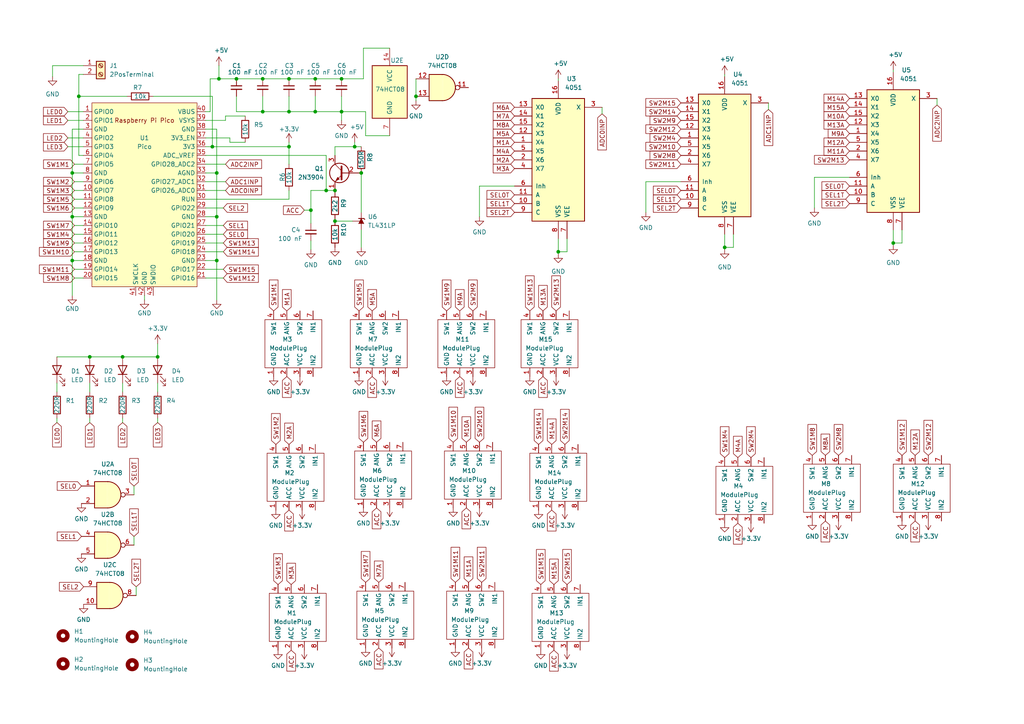
<source format=kicad_sch>
(kicad_sch (version 20211123) (generator eeschema)
  (paper "A4")
  (junction (at 20.955 62.865))
  (junction (at 76.2 22.86))
  (junction (at 120.65 27.94))
  (junction (at 63.5 22.86))
  (junction (at 94.615 55.245))
  (junction (at 68.58 22.86))
  (junction (at 102.87 42.545))
  (junction (at 91.44 32.385))
  (junction (at 76.2 32.385))
  (junction (at 99.06 22.86))
  (junction (at 26.035 103.505))
  (junction (at 62.865 75.565))
  (junction (at 61.595 42.545))
  (junction (at 35.56 103.505))
  (junction (at 99.06 32.385))
  (junction (at 83.82 32.385))
  (junction (at 20.955 50.165))
  (junction (at 90.17 60.96))
  (junction (at 97.155 55.245))
  (junction (at 259.08 70.485))
  (junction (at 83.82 42.545))
  (junction (at 62.865 62.865))
  (junction (at 161.925 73.025))
  (junction (at 91.44 22.86))
  (junction (at 210.185 71.755))
  (junction (at 62.865 50.165))
  (junction (at 20.955 75.565))
  (junction (at 22.86 27.94))
  (junction (at 104.775 50.165))
  (junction (at 83.82 22.86))
  (junction (at 97.155 64.135))
  (junction (at 45.72 103.505))
  (wire (pts (xy 99.06 32.385) (xy 106.045 32.385)))
  (wire (pts (xy 139.065 53.975) (xy 149.225 53.975)))
  (wire (pts (xy 59.69 70.485) (xy 64.77 70.485)))
  (wire (pts (xy 63.5 22.86) (xy 68.58 22.86)))
  (wire (pts (xy 59.69 55.245) (xy 65.405 55.245)))
  (wire (pts (xy 16.51 111.125) (xy 16.51 113.665)))
  (wire (pts (xy 59.69 60.325) (xy 64.77 60.325)))
  (wire (pts (xy 26.035 121.285) (xy 26.035 122.555)))
  (wire (pts (xy 99.06 27.94) (xy 99.06 32.385)))
  (wire (pts (xy 187.325 52.705) (xy 197.485 52.705)))
  (wire (pts (xy 21.59 52.705) (xy 24.13 52.705)))
  (wire (pts (xy 94.615 45.085) (xy 59.69 45.085)))
  (wire (pts (xy 91.44 22.86) (xy 99.06 22.86)))
  (wire (pts (xy 20.955 50.165) (xy 24.13 50.165)))
  (wire (pts (xy 19.685 34.925) (xy 24.13 34.925)))
  (wire (pts (xy 20.955 75.565) (xy 24.13 75.565)))
  (wire (pts (xy 97.155 55.88) (xy 97.155 55.245)))
  (wire (pts (xy 68.58 27.94) (xy 68.58 32.385)))
  (wire (pts (xy 59.69 57.785) (xy 83.82 57.785)))
  (wire (pts (xy 236.22 60.325) (xy 236.22 51.435)))
  (wire (pts (xy 261.62 66.675) (xy 261.62 70.485)))
  (wire (pts (xy 21.59 55.245) (xy 24.13 55.245)))
  (wire (pts (xy 35.56 111.125) (xy 35.56 113.665)))
  (wire (pts (xy 90.17 69.85) (xy 90.17 72.39)))
  (wire (pts (xy 21.59 70.485) (xy 24.13 70.485)))
  (wire (pts (xy 45.72 99.695) (xy 45.72 103.505)))
  (wire (pts (xy 210.185 71.755) (xy 210.185 72.39)))
  (wire (pts (xy 164.465 73.025) (xy 161.925 73.025)))
  (wire (pts (xy 41.91 85.725) (xy 41.91 86.995)))
  (wire (pts (xy 19.685 42.545) (xy 24.13 42.545)))
  (wire (pts (xy 21.59 78.105) (xy 24.13 78.105)))
  (wire (pts (xy 97.155 64.135) (xy 102.235 64.135)))
  (wire (pts (xy 83.82 32.385) (xy 76.2 32.385)))
  (wire (pts (xy 22.86 27.94) (xy 36.83 27.94)))
  (wire (pts (xy 66.675 41.275) (xy 71.12 41.275)))
  (wire (pts (xy 99.06 32.385) (xy 99.06 34.925)))
  (wire (pts (xy 83.82 22.86) (xy 91.44 22.86)))
  (wire (pts (xy 102.87 42.545) (xy 104.775 42.545)))
  (wire (pts (xy 259.08 20.32) (xy 259.08 20.955)))
  (wire (pts (xy 19.685 40.005) (xy 24.13 40.005)))
  (wire (pts (xy 20.955 37.465) (xy 24.13 37.465)))
  (wire (pts (xy 59.69 40.005) (xy 66.675 40.005)))
  (wire (pts (xy 106.045 39.37) (xy 113.03 39.37)))
  (wire (pts (xy 45.72 111.125) (xy 45.72 113.665)))
  (wire (pts (xy 97.155 45.085) (xy 97.155 42.545)))
  (wire (pts (xy 59.69 75.565) (xy 62.865 75.565)))
  (wire (pts (xy 261.62 70.485) (xy 259.08 70.485)))
  (wire (pts (xy 21.59 73.025) (xy 24.13 73.025)))
  (wire (pts (xy 212.725 71.755) (xy 210.185 71.755)))
  (wire (pts (xy 35.56 121.285) (xy 35.56 122.555)))
  (wire (pts (xy 59.69 65.405) (xy 64.77 65.405)))
  (wire (pts (xy 210.185 21.59) (xy 210.185 22.225)))
  (wire (pts (xy 106.045 32.385) (xy 106.045 39.37)))
  (wire (pts (xy 22.86 27.94) (xy 22.86 21.59)))
  (wire (pts (xy 20.955 62.865) (xy 24.13 62.865)))
  (wire (pts (xy 62.865 62.865) (xy 62.865 50.165)))
  (wire (pts (xy 26.035 111.125) (xy 26.035 113.665)))
  (wire (pts (xy 60.96 22.86) (xy 63.5 22.86)))
  (wire (pts (xy 83.82 42.545) (xy 83.82 47.625)))
  (wire (pts (xy 59.69 34.925) (xy 65.405 34.925)))
  (wire (pts (xy 76.2 32.385) (xy 68.58 32.385)))
  (wire (pts (xy 91.44 32.385) (xy 83.82 32.385)))
  (wire (pts (xy 105.41 13.97) (xy 113.03 13.97)))
  (wire (pts (xy 26.035 103.505) (xy 35.56 103.505)))
  (wire (pts (xy 161.925 22.86) (xy 161.925 23.495)))
  (wire (pts (xy 187.325 61.595) (xy 187.325 52.705)))
  (wire (pts (xy 102.87 41.275) (xy 102.87 42.545)))
  (wire (pts (xy 97.155 42.545) (xy 102.87 42.545)))
  (wire (pts (xy 45.72 121.285) (xy 45.72 122.555)))
  (wire (pts (xy 22.86 21.59) (xy 24.13 21.59)))
  (wire (pts (xy 88.265 60.96) (xy 90.17 60.96)))
  (wire (pts (xy 90.17 55.245) (xy 94.615 55.245)))
  (wire (pts (xy 59.69 42.545) (xy 61.595 42.545)))
  (wire (pts (xy 97.155 55.245) (xy 94.615 55.245)))
  (wire (pts (xy 59.69 32.385) (xy 60.96 32.385)))
  (wire (pts (xy 59.69 67.945) (xy 64.77 67.945)))
  (wire (pts (xy 91.44 32.385) (xy 99.06 32.385)))
  (wire (pts (xy 83.82 55.245) (xy 83.82 57.785)))
  (wire (pts (xy 20.955 50.165) (xy 20.955 37.465)))
  (wire (pts (xy 65.405 34.925) (xy 65.405 33.655)))
  (wire (pts (xy 90.17 60.96) (xy 90.17 55.245)))
  (wire (pts (xy 76.2 22.86) (xy 83.82 22.86)))
  (wire (pts (xy 59.69 78.105) (xy 64.77 78.105)))
  (wire (pts (xy 210.185 67.945) (xy 210.185 71.755)))
  (wire (pts (xy 21.59 47.625) (xy 24.13 47.625)))
  (wire (pts (xy 66.675 40.005) (xy 66.675 41.275)))
  (wire (pts (xy 20.955 85.725) (xy 20.955 75.565)))
  (wire (pts (xy 105.41 22.86) (xy 105.41 13.97)))
  (wire (pts (xy 161.925 73.025) (xy 161.925 73.66)))
  (wire (pts (xy 15.24 22.225) (xy 15.24 19.05)))
  (wire (pts (xy 259.08 66.675) (xy 259.08 70.485)))
  (wire (pts (xy 99.06 22.86) (xy 105.41 22.86)))
  (wire (pts (xy 161.925 69.215) (xy 161.925 73.025)))
  (wire (pts (xy 97.155 64.135) (xy 97.155 63.5)))
  (wire (pts (xy 62.865 62.865) (xy 59.69 62.865)))
  (wire (pts (xy 120.65 22.86) (xy 120.65 27.94)))
  (wire (pts (xy 24.13 45.085) (xy 22.86 45.085)))
  (wire (pts (xy 39.497 170.18) (xy 39.497 172.72)))
  (wire (pts (xy 61.595 27.94) (xy 44.45 27.94)))
  (wire (pts (xy 35.56 103.505) (xy 45.72 103.505)))
  (wire (pts (xy 68.58 22.86) (xy 76.2 22.86)))
  (wire (pts (xy 21.59 57.785) (xy 24.13 57.785)))
  (wire (pts (xy 76.2 27.94) (xy 76.2 32.385)))
  (wire (pts (xy 15.24 19.05) (xy 24.13 19.05)))
  (wire (pts (xy 139.065 62.865) (xy 139.065 53.975)))
  (wire (pts (xy 174.625 31.115) (xy 174.625 33.02)))
  (wire (pts (xy 63.5 19.05) (xy 63.5 22.86)))
  (wire (pts (xy 59.69 80.645) (xy 64.77 80.645)))
  (wire (pts (xy 236.22 51.435) (xy 246.38 51.435)))
  (wire (pts (xy 61.595 42.545) (xy 61.595 27.94)))
  (wire (pts (xy 104.775 66.675) (xy 104.775 71.755)))
  (wire (pts (xy 21.59 67.945) (xy 24.13 67.945)))
  (wire (pts (xy 212.725 67.945) (xy 212.725 71.755)))
  (wire (pts (xy 59.69 73.025) (xy 64.77 73.025)))
  (wire (pts (xy 16.51 121.285) (xy 16.51 122.555)))
  (wire (pts (xy 16.51 103.505) (xy 26.035 103.505)))
  (wire (pts (xy 21.59 80.645) (xy 24.13 80.645)))
  (wire (pts (xy 62.865 50.165) (xy 62.865 37.465)))
  (wire (pts (xy 94.615 45.085) (xy 94.615 55.245)))
  (wire (pts (xy 62.865 37.465) (xy 59.69 37.465)))
  (wire (pts (xy 61.595 42.545) (xy 83.82 42.545)))
  (wire (pts (xy 20.955 75.565) (xy 20.955 62.865)))
  (wire (pts (xy 90.17 64.77) (xy 90.17 60.96)))
  (wire (pts (xy 222.885 29.845) (xy 222.885 31.75)))
  (wire (pts (xy 60.96 32.385) (xy 60.96 22.86)))
  (wire (pts (xy 59.69 47.625) (xy 65.405 47.625)))
  (wire (pts (xy 104.775 50.165) (xy 104.775 61.595)))
  (wire (pts (xy 20.955 62.865) (xy 20.955 50.165)))
  (wire (pts (xy 164.465 69.215) (xy 164.465 73.025)))
  (wire (pts (xy 62.865 86.995) (xy 62.865 75.565)))
  (wire (pts (xy 38.862 140.97) (xy 38.862 143.51)))
  (wire (pts (xy 22.86 45.085) (xy 22.86 27.94)))
  (wire (pts (xy 62.865 50.165) (xy 59.69 50.165)))
  (wire (pts (xy 259.08 70.485) (xy 259.08 71.12)))
  (wire (pts (xy 62.865 75.565) (xy 62.865 62.865)))
  (wire (pts (xy 65.405 33.655) (xy 71.12 33.655)))
  (wire (pts (xy 83.82 41.275) (xy 83.82 42.545)))
  (wire (pts (xy 91.44 27.94) (xy 91.44 32.385)))
  (wire (pts (xy 19.685 32.385) (xy 24.13 32.385)))
  (wire (pts (xy 120.65 27.94) (xy 120.65 29.21)))
  (wire (pts (xy 83.82 27.94) (xy 83.82 32.385)))
  (wire (pts (xy 38.862 155.575) (xy 38.862 158.115)))
  (wire (pts (xy 59.69 52.705) (xy 65.405 52.705)))
  (wire (pts (xy 21.59 60.325) (xy 24.13 60.325)))
  (wire (pts (xy 21.59 65.405) (xy 24.13 65.405)))
  (wire (pts (xy 271.78 28.575) (xy 271.78 30.48)))
  (global_label "ACC" (shape input) (at 84.455 188.595 270) (property "Intersheet References" "${INTERSHEET_REFS}" (effects hide)))
  (global_label "M6A" (shape input) (at 109.22 128.27 90) (property "Intersheet References" "${INTERSHEET_REFS}" (effects hide)))
  (global_label "ACC" (shape input) (at 265.43 151.13 270) (property "Intersheet References" "${INTERSHEET_REFS}" (effects hide)))
  (global_label "M2A" (shape input) (at 83.82 128.905 90) (property "Intersheet References" "${INTERSHEET_REFS}" (effects hide)))
  (global_label "SEL0T" (shape input) (at 149.225 56.515 180) (property "Intersheet References" "${INTERSHEET_REFS}" (effects hide)))
  (global_label "M14A" (shape input) (at 160.02 128.905 90) (property "Intersheet References" "${INTERSHEET_REFS}" (effects hide)))
  (global_label "SW1M10" (shape input) (at 131.445 128.27 90) (property "Intersheet References" "${INTERSHEET_REFS}" (effects hide)))
  (global_label "M8A" (shape input) (at 149.225 36.195 180) (property "Intersheet References" "${INTERSHEET_REFS}" (effects hide)))
  (global_label "M14A" (shape input) (at 246.38 28.575 180) (property "Intersheet References" "${INTERSHEET_REFS}" (effects hide)))
  (global_label "M1A" (shape input) (at 83.185 90.17 90) (property "Intersheet References" "${INTERSHEET_REFS}" (effects hide)))
  (global_label "ACC" (shape input) (at 239.395 151.13 270) (property "Intersheet References" "${INTERSHEET_REFS}" (effects hide)))
  (global_label "M5A" (shape input) (at 149.225 38.735 180) (property "Intersheet References" "${INTERSHEET_REFS}" (effects hide)))
  (global_label "SW2M4" (shape input) (at 197.485 40.005 180) (property "Intersheet References" "${INTERSHEET_REFS}" (effects hide)))
  (global_label "SW1M9" (shape input) (at 21.59 70.485 180) (property "Intersheet References" "${INTERSHEET_REFS}" (effects hide)))
  (global_label "ACC" (shape input) (at 109.22 147.32 270) (property "Intersheet References" "${INTERSHEET_REFS}" (effects hide)))
  (global_label "SW1M7" (shape input) (at 21.59 65.405 180) (property "Intersheet References" "${INTERSHEET_REFS}" (effects hide)))
  (global_label "ACC" (shape input) (at 157.48 109.22 270) (property "Intersheet References" "${INTERSHEET_REFS}" (effects hide)))
  (global_label "SEL2" (shape input) (at 64.77 60.325 0) (property "Intersheet References" "${INTERSHEET_REFS}" (effects hide)))
  (global_label "ACC" (shape input) (at 160.02 147.955 270) (property "Intersheet References" "${INTERSHEET_REFS}" (effects hide)))
  (global_label "SW1M6" (shape input) (at 105.41 128.27 90) (property "Intersheet References" "${INTERSHEET_REFS}" (effects hide)))
  (global_label "ADC0INP" (shape input) (at 174.625 33.02 270) (property "Intersheet References" "${INTERSHEET_REFS}" (effects hide)))
  (global_label "SW1M11" (shape input) (at 132.08 168.91 90) (property "Intersheet References" "${INTERSHEET_REFS}" (effects hide)))
  (global_label "ACC" (shape input) (at 160.655 188.595 270) (property "Intersheet References" "${INTERSHEET_REFS}" (effects hide)))
  (global_label "M4A" (shape input) (at 149.225 43.815 180) (property "Intersheet References" "${INTERSHEET_REFS}" (effects hide)))
  (global_label "M3A" (shape input) (at 149.225 48.895 180) (property "Intersheet References" "${INTERSHEET_REFS}" (effects hide)))
  (global_label "LED1" (shape input) (at 19.685 34.925 180) (property "Intersheet References" "${INTERSHEET_REFS}" (effects hide)))
  (global_label "SEL0T" (shape input) (at 38.862 140.97 90) (property "Intersheet References" "${INTERSHEET_REFS}" (effects hide)))
  (global_label "ACC" (shape input) (at 83.185 109.22 270) (property "Intersheet References" "${INTERSHEET_REFS}" (effects hide)))
  (global_label "SW2M13" (shape input) (at 161.29 90.17 90) (property "Intersheet References" "${INTERSHEET_REFS}" (effects hide)))
  (global_label "SEL1" (shape input) (at 64.77 65.405 0) (property "Intersheet References" "${INTERSHEET_REFS}" (effects hide)))
  (global_label "M4A" (shape input) (at 213.995 132.715 90) (property "Intersheet References" "${INTERSHEET_REFS}" (effects hide)))
  (global_label "SW2M9" (shape input) (at 197.485 34.925 180) (property "Intersheet References" "${INTERSHEET_REFS}" (effects hide)))
  (global_label "M12A" (shape input) (at 246.38 41.275 180) (property "Intersheet References" "${INTERSHEET_REFS}" (effects hide)))
  (global_label "SEL0" (shape input) (at 23.622 140.97 180) (property "Intersheet References" "${INTERSHEET_REFS}" (effects hide)))
  (global_label "SEL2" (shape input) (at 24.257 170.18 180) (property "Intersheet References" "${INTERSHEET_REFS}" (effects hide)))
  (global_label "SW1M1" (shape input) (at 79.375 90.17 90) (property "Intersheet References" "${INTERSHEET_REFS}" (effects hide)))
  (global_label "M11A" (shape input) (at 135.89 168.91 90) (property "Intersheet References" "${INTERSHEET_REFS}" (effects hide)))
  (global_label "M11A" (shape input) (at 246.38 43.815 180) (property "Intersheet References" "${INTERSHEET_REFS}" (effects hide)))
  (global_label "ACC" (shape input) (at 107.95 109.22 270) (property "Intersheet References" "${INTERSHEET_REFS}" (effects hide)))
  (global_label "SW2M10" (shape input) (at 139.065 128.27 90) (property "Intersheet References" "${INTERSHEET_REFS}" (effects hide)))
  (global_label "SEL1T" (shape input) (at 246.38 56.515 180) (property "Intersheet References" "${INTERSHEET_REFS}" (effects hide)))
  (global_label "SW1M12" (shape input) (at 261.62 132.08 90) (property "Intersheet References" "${INTERSHEET_REFS}" (effects hide)))
  (global_label "SW1M8" (shape input) (at 235.585 132.08 90) (property "Intersheet References" "${INTERSHEET_REFS}" (effects hide)))
  (global_label "LED2" (shape input) (at 19.685 40.005 180) (property "Intersheet References" "${INTERSHEET_REFS}" (effects hide)))
  (global_label "M1A" (shape input) (at 149.225 41.275 180) (property "Intersheet References" "${INTERSHEET_REFS}" (effects hide)))
  (global_label "ACC" (shape input) (at 135.89 187.96 270) (property "Intersheet References" "${INTERSHEET_REFS}" (effects hide)))
  (global_label "SW1M2" (shape input) (at 21.59 52.705 180) (property "Intersheet References" "${INTERSHEET_REFS}" (effects hide)))
  (global_label "SW2M15" (shape input) (at 197.485 29.845 180) (property "Intersheet References" "${INTERSHEET_REFS}" (effects hide)))
  (global_label "ADC1INP" (shape input) (at 65.405 52.705 0) (property "Intersheet References" "${INTERSHEET_REFS}" (effects hide)))
  (global_label "SEL0T" (shape input) (at 246.38 53.975 180) (property "Intersheet References" "${INTERSHEET_REFS}" (effects hide)))
  (global_label "M5A" (shape input) (at 107.95 90.17 90) (property "Intersheet References" "${INTERSHEET_REFS}" (effects hide)))
  (global_label "SW2M4" (shape input) (at 217.805 132.715 90) (property "Intersheet References" "${INTERSHEET_REFS}" (effects hide)))
  (global_label "SW1M4" (shape input) (at 210.185 132.715 90) (property "Intersheet References" "${INTERSHEET_REFS}" (effects hide)))
  (global_label "SW2M14" (shape input) (at 197.485 32.385 180) (property "Intersheet References" "${INTERSHEET_REFS}" (effects hide)))
  (global_label "M3A" (shape input) (at 84.455 169.545 90) (property "Intersheet References" "${INTERSHEET_REFS}" (effects hide)))
  (global_label "M15A" (shape input) (at 160.655 169.545 90) (property "Intersheet References" "${INTERSHEET_REFS}" (effects hide)))
  (global_label "M7A" (shape input) (at 149.225 33.655 180) (property "Intersheet References" "${INTERSHEET_REFS}" (effects hide)))
  (global_label "LED0" (shape input) (at 16.51 122.555 270) (property "Intersheet References" "${INTERSHEET_REFS}" (effects hide)))
  (global_label "LED1" (shape input) (at 26.035 122.555 270) (property "Intersheet References" "${INTERSHEET_REFS}" (effects hide)))
  (global_label "ACC" (shape input) (at 83.82 147.955 270) (property "Intersheet References" "${INTERSHEET_REFS}" (effects hide)))
  (global_label "SW1M14" (shape input) (at 64.77 73.025 0) (property "Intersheet References" "${INTERSHEET_REFS}" (effects hide)))
  (global_label "SW2M10" (shape input) (at 197.485 42.545 180) (property "Intersheet References" "${INTERSHEET_REFS}" (effects hide)))
  (global_label "ACC" (shape input) (at 135.255 147.32 270) (property "Intersheet References" "${INTERSHEET_REFS}" (effects hide)))
  (global_label "M13A" (shape input) (at 157.48 90.17 90) (property "Intersheet References" "${INTERSHEET_REFS}" (effects hide)))
  (global_label "SW1M2" (shape input) (at 80.01 128.905 90) (property "Intersheet References" "${INTERSHEET_REFS}" (effects hide)))
  (global_label "ADC0INP" (shape input) (at 65.405 55.245 0) (property "Intersheet References" "${INTERSHEET_REFS}" (effects hide)))
  (global_label "SEL2T" (shape input) (at 197.485 60.325 180) (property "Intersheet References" "${INTERSHEET_REFS}" (effects hide)))
  (global_label "ACC" (shape input) (at 213.995 151.765 270) (property "Intersheet References" "${INTERSHEET_REFS}" (effects hide)))
  (global_label "SW1M15" (shape input) (at 64.77 78.105 0) (property "Intersheet References" "${INTERSHEET_REFS}" (effects hide)))
  (global_label "M10A" (shape input) (at 246.38 33.655 180) (property "Intersheet References" "${INTERSHEET_REFS}" (effects hide)))
  (global_label "ACC" (shape input) (at 133.35 109.22 270) (property "Intersheet References" "${INTERSHEET_REFS}" (effects hide)))
  (global_label "SW1M14" (shape input) (at 156.21 128.905 90) (property "Intersheet References" "${INTERSHEET_REFS}" (effects hide)))
  (global_label "SW1M13" (shape input) (at 64.77 70.485 0) (property "Intersheet References" "${INTERSHEET_REFS}" (effects hide)))
  (global_label "SW1M11" (shape input) (at 21.59 78.105 180) (property "Intersheet References" "${INTERSHEET_REFS}" (effects hide)))
  (global_label "SW1M5" (shape input) (at 21.59 57.785 180) (property "Intersheet References" "${INTERSHEET_REFS}" (effects hide)))
  (global_label "M8A" (shape input) (at 239.395 132.08 90) (property "Intersheet References" "${INTERSHEET_REFS}" (effects hide)))
  (global_label "ACC" (shape input) (at 109.855 187.96 270) (property "Intersheet References" "${INTERSHEET_REFS}" (effects hide)))
  (global_label "LED3" (shape input) (at 45.72 122.555 270) (property "Intersheet References" "${INTERSHEET_REFS}" (effects hide)))
  (global_label "SW1M13" (shape input) (at 153.67 90.17 90) (property "Intersheet References" "${INTERSHEET_REFS}" (effects hide)))
  (global_label "SW1M6" (shape input) (at 21.59 60.325 180) (property "Intersheet References" "${INTERSHEET_REFS}" (effects hide)))
  (global_label "SEL1T" (shape input) (at 149.225 59.055 180) (property "Intersheet References" "${INTERSHEET_REFS}" (effects hide)))
  (global_label "SW1M12" (shape input) (at 64.77 80.645 0) (property "Intersheet References" "${INTERSHEET_REFS}" (effects hide)))
  (global_label "ADC2INP" (shape input) (at 271.78 30.48 270) (property "Intersheet References" "${INTERSHEET_REFS}" (effects hide)))
  (global_label "SW2M12" (shape input) (at 197.485 37.465 180) (property "Intersheet References" "${INTERSHEET_REFS}" (effects hide)))
  (global_label "SW1M7" (shape input) (at 106.045 168.91 90) (property "Intersheet References" "${INTERSHEET_REFS}" (effects hide)))
  (global_label "SW2M13" (shape input) (at 246.38 46.355 180) (property "Intersheet References" "${INTERSHEET_REFS}" (effects hide)))
  (global_label "SW1M1" (shape input) (at 21.59 47.625 180) (property "Intersheet References" "${INTERSHEET_REFS}" (effects hide)))
  (global_label "M12A" (shape input) (at 265.43 132.08 90) (property "Intersheet References" "${INTERSHEET_REFS}" (effects hide)))
  (global_label "SW2M8" (shape input) (at 243.205 132.08 90) (property "Intersheet References" "${INTERSHEET_REFS}" (effects hide)))
  (global_label "SEL0T" (shape input) (at 197.485 55.245 180) (property "Intersheet References" "${INTERSHEET_REFS}" (effects hide)))
  (global_label "M13A" (shape input) (at 246.38 36.195 180) (property "Intersheet References" "${INTERSHEET_REFS}" (effects hide)))
  (global_label "M7A" (shape input) (at 109.855 168.91 90) (property "Intersheet References" "${INTERSHEET_REFS}" (effects hide)))
  (global_label "SW2M15" (shape input) (at 164.465 169.545 90) (property "Intersheet References" "${INTERSHEET_REFS}" (effects hide)))
  (global_label "SEL2T" (shape input) (at 39.497 170.18 90) (property "Intersheet References" "${INTERSHEET_REFS}" (effects hide)))
  (global_label "SW2M12" (shape input) (at 269.24 132.08 90) (property "Intersheet References" "${INTERSHEET_REFS}" (effects hide)))
  (global_label "SW1M8" (shape input) (at 21.59 80.645 180) (property "Intersheet References" "${INTERSHEET_REFS}" (effects hide)))
  (global_label "M9A" (shape input) (at 246.38 38.735 180) (property "Intersheet References" "${INTERSHEET_REFS}" (effects hide)))
  (global_label "SEL0" (shape input) (at 64.77 67.945 0) (property "Intersheet References" "${INTERSHEET_REFS}" (effects hide)))
  (global_label "LED0" (shape input) (at 19.685 32.385 180) (property "Intersheet References" "${INTERSHEET_REFS}" (effects hide)))
  (global_label "SW1M4" (shape input) (at 21.59 67.945 180) (property "Intersheet References" "${INTERSHEET_REFS}" (effects hide)))
  (global_label "SEL2T" (shape input) (at 149.225 61.595 180) (property "Intersheet References" "${INTERSHEET_REFS}" (effects hide)))
  (global_label "M9A" (shape input) (at 133.35 90.17 90) (property "Intersheet References" "${INTERSHEET_REFS}" (effects hide)))
  (global_label "SW1M3" (shape input) (at 21.59 55.245 180) (property "Intersheet References" "${INTERSHEET_REFS}" (effects hide)))
  (global_label "SW2M14" (shape input) (at 163.83 128.905 90) (property "Intersheet References" "${INTERSHEET_REFS}" (effects hide)))
  (global_label "SEL1T" (shape input) (at 197.485 57.785 180) (property "Intersheet References" "${INTERSHEET_REFS}" (effects hide)))
  (global_label "ACC" (shape input) (at 88.265 60.96 180) (property "Intersheet References" "${INTERSHEET_REFS}" (effects hide)))
  (global_label "M6A" (shape input) (at 149.225 31.115 180) (property "Intersheet References" "${INTERSHEET_REFS}" (effects hide)))
  (global_label "SW1M5" (shape input) (at 104.14 90.17 90) (property "Intersheet References" "${INTERSHEET_REFS}" (effects hide)))
  (global_label "SW1M10" (shape input) (at 21.59 73.025 180) (property "Intersheet References" "${INTERSHEET_REFS}" (effects hide)))
  (global_label "SEL2T" (shape input) (at 246.38 59.055 180) (property "Intersheet References" "${INTERSHEET_REFS}" (effects hide)))
  (global_label "SW2M11" (shape input) (at 197.485 47.625 180) (property "Intersheet References" "${INTERSHEET_REFS}" (effects hide)))
  (global_label "ADC2INP" (shape input) (at 65.405 47.625 0) (property "Intersheet References" "${INTERSHEET_REFS}" (effects hide)))
  (global_label "M15A" (shape input) (at 246.38 31.115 180) (property "Intersheet References" "${INTERSHEET_REFS}" (effects hide)))
  (global_label "SW2M11" (shape input) (at 139.7 168.91 90) (property "Intersheet References" "${INTERSHEET_REFS}" (effects hide)))
  (global_label "M2A" (shape input) (at 149.225 46.355 180) (property "Intersheet References" "${INTERSHEET_REFS}" (effects hide)))
  (global_label "LED2" (shape input) (at 35.56 122.555 270) (property "Intersheet References" "${INTERSHEET_REFS}" (effects hide)))
  (global_label "SW1M3" (shape input) (at 80.645 169.545 90) (property "Intersheet References" "${INTERSHEET_REFS}" (effects hide)))
  (global_label "SEL1" (shape input) (at 23.622 155.575 180) (property "Intersheet References" "${INTERSHEET_REFS}" (effects hide)))
  (global_label "SW1M9" (shape input) (at 129.54 90.17 90) (property "Intersheet References" "${INTERSHEET_REFS}" (effects hide)))
  (global_label "SEL1T" (shape input) (at 38.862 155.575 90) (property "Intersheet References" "${INTERSHEET_REFS}" (effects hide)))
  (global_label "SW1M15" (shape input) (at 156.845 169.545 90) (property "Intersheet References" "${INTERSHEET_REFS}" (effects hide)))
  (global_label "SW2M8" (shape input) (at 197.485 45.085 180) (property "Intersheet References" "${INTERSHEET_REFS}" (effects hide)))
  (global_label "M10A" (shape input) (at 135.255 128.27 90) (property "Intersheet References" "${INTERSHEET_REFS}" (effects hide)))
  (global_label "SW2M9" (shape input) (at 137.16 90.17 90) (property "Intersheet References" "${INTERSHEET_REFS}" (effects hide)))
  (global_label "LED3" (shape input) (at 19.685 42.545 180) (property "Intersheet References" "${INTERSHEET_REFS}" (effects hide)))
  (global_label "ADC1INP" (shape input) (at 222.885 31.75 270) (property "Intersheet References" "${INTERSHEET_REFS}" (effects hide)))
  (symbol (lib_id "Device:C_Small") (at 91.44 25.4 0) (unit 1)
    (property "Reference" "C5" (at 90.17 19.05 0) (effects (justify left)))
    (property "Value" "100 nF" (at 88.9 20.955 0) (effects (justify left)))
    (property "Footprint" "Capacitor_THT:C_Disc_D5.0mm_W2.5mm_P2.50mm" (effects hide))
  )
  (symbol (lib_id "power:+5V") (at 102.87 41.275 0) (unit 1)
    (property "Reference" "#PWR0126" (effects hide))
    (property "Value" "+5V" (at 103.505 36.83 0))
  )
  (symbol (lib_id "power:+3.3V") (at 87.63 147.955 180) (unit 1)
    (property "Reference" "#PWR0137" (effects hide))
    (property "Value" "+3.3V" (at 87.63 152.4 0))
  )
  (symbol (lib_id "power:GND") (at 132.08 187.96 0) (unit 1)
    (property "Reference" "#PWR0143" (effects hide))
    (property "Value" "GND" (at 132.08 192.405 0))
  )
  (symbol (lib_id "power:+3.3V") (at 217.805 151.765 180) (unit 1)
    (property "Reference" "#PWR0151" (effects hide))
    (property "Value" "+3.3V" (at 217.805 156.21 0))
  )
  (symbol (lib_name "ModulePlug_7") (lib_id "ModulePlug:ModulePlug") (at 135.255 139.7 0) (unit 1)
    (property "Reference" "M10" (at 133.985 136.525 0) (effects (justify left)))
    (property "Value" "ModulePlug" (at 130.175 139.065 0) (effects (justify left)))
    (property "Footprint" "HIDPanel:ModulePlug" (effects hide))
  )
  (symbol (lib_id "Device:R") (at 45.72 117.475 0) (unit 1)
    (property "Reference" "R4" (at 48.26 116.2049 0) (effects (justify left)))
    (property "Value" "220R" (at 45.72 120.015 90) (effects (justify left)))
    (property "Footprint" "Resistor_THT:R_Axial_DIN0207_L6.3mm_D2.5mm_P7.62mm_Horizontal" (effects hide))
  )
  (symbol (lib_name "ModulePlug_11") (lib_id "ModulePlug:ModulePlug") (at 84.455 180.975 0) (unit 1)
    (property "Reference" "M1" (at 83.185 177.8 0) (effects (justify left)))
    (property "Value" "ModulePlug" (at 79.375 180.34 0) (effects (justify left)))
    (property "Footprint" "HIDPanel:ModulePlug" (effects hide))
  )
  (symbol (lib_id "power:+3.3V") (at 139.065 147.32 180) (unit 1)
    (property "Reference" "#PWR0148" (effects hide))
    (property "Value" "+3.3V" (at 139.065 151.765 0))
  )
  (symbol (lib_id "Reference_Voltage:TL431LP") (at 104.775 64.135 90) (unit 1)
    (property "Reference" "U6" (at 106.68 62.8649 90) (effects (justify right)))
    (property "Value" "TL431LP" (at 106.68 65.4049 90) (effects (justify right)))
    (property "Footprint" "Package_TO_SOT_THT:TO-92_Inline_Wide" (effects hide))
    (property "Datasheet" "http://www.ti.com/lit/ds/symlink/tl431.pdf" (effects hide))
  )
  (symbol (lib_id "MCU_RaspberryPi_and_Boards:Pico") (at 41.91 56.515 0) (unit 1)
    (property "Reference" "U1" (at 41.91 40.005 0))
    (property "Value" "Pico" (at 41.91 42.545 0))
    (property "Footprint" "HIDPanel:RPi_Pico_SMD_TH" (effects hide))
  )
  (symbol (lib_id "power:+3.3V") (at 161.29 109.22 180) (unit 1)
    (property "Reference" "#PWR0128" (effects hide))
    (property "Value" "+3.3V" (at 161.29 113.665 0))
  )
  (symbol (lib_id "power:+3.3V") (at 83.82 41.275 0) (unit 1)
    (property "Reference" "#PWR0102" (effects hide))
    (property "Value" "+3.3V" (at 83.82 37.465 0))
  )
  (symbol (lib_id "74xx:74HCT00") (at 31.877 172.72 0) (unit 3)
    (property "Reference" "U2" (at 31.877 163.83 0))
    (property "Value" "74HCT08" (at 31.877 166.37 0))
    (property "Footprint" "Package_DIP:DIP-14_W7.62mm_Socket" (effects hide))
    (property "Datasheet" "http://www.ti.com/lit/gpn/sn74hct00" (effects hide))
  )
  (symbol (lib_id "power:GND") (at 106.045 187.96 0) (unit 1)
    (property "Reference" "#PWR0132" (effects hide))
    (property "Value" "GND" (at 106.045 192.405 0))
  )
  (symbol (lib_id "power:+3.3V") (at 88.265 188.595 180) (unit 1)
    (property "Reference" "#PWR0133" (effects hide))
    (property "Value" "+3.3V" (at 88.265 193.04 0))
  )
  (symbol (lib_id "power:GND") (at 79.375 109.22 0) (unit 1)
    (property "Reference" "#PWR0122" (effects hide))
    (property "Value" "GND" (at 79.375 113.665 0))
  )
  (symbol (lib_id "power:GND") (at 23.622 160.655 0) (unit 1)
    (property "Reference" "#PWR0105" (effects hide))
    (property "Value" "GND" (at 23.622 165.1 0))
  )
  (symbol (lib_id "power:GND") (at 97.155 71.755 0) (unit 1)
    (property "Reference" "#PWR0103" (effects hide))
    (property "Value" "GND" (at 97.155 76.2 0))
  )
  (symbol (lib_name "ModulePlug_4") (lib_id "ModulePlug:ModulePlug") (at 107.95 101.6 0) (unit 1)
    (property "Reference" "M7" (at 106.68 98.425 0) (effects (justify left)))
    (property "Value" "ModulePlug" (at 102.87 100.965 0) (effects (justify left)))
    (property "Footprint" "HIDPanel:ModulePlug" (effects hide))
  )
  (symbol (lib_id "power:GND") (at 80.01 147.955 0) (unit 1)
    (property "Reference" "#PWR0139" (effects hide))
    (property "Value" "GND" (at 80.01 152.4 0))
  )
  (symbol (lib_name "ModulePlug_8") (lib_id "ModulePlug:ModulePlug") (at 157.48 101.6 0) (unit 1)
    (property "Reference" "M15" (at 156.21 98.425 0) (effects (justify left)))
    (property "Value" "ModulePlug" (at 152.4 100.965 0) (effects (justify left)))
    (property "Footprint" "HIDPanel:ModulePlug" (effects hide))
  )
  (symbol (lib_id "power:GND") (at 62.865 86.995 0) (unit 1)
    (property "Reference" "#PWR0119" (effects hide))
    (property "Value" "GND" (at 62.865 90.805 0))
  )
  (symbol (lib_name "ModulePlug_1") (lib_id "ModulePlug:ModulePlug") (at 160.02 140.335 0) (unit 1)
    (property "Reference" "M14" (at 158.75 137.16 0) (effects (justify left)))
    (property "Value" "ModulePlug" (at 154.94 139.7 0) (effects (justify left)))
    (property "Footprint" "HIDPanel:ModulePlug" (effects hide))
  )
  (symbol (lib_id "power:GND") (at 210.185 72.39 0) (unit 1)
    (property "Reference" "#PWR0111" (effects hide))
    (property "Value" "GND" (at 210.185 77.47 0))
  )
  (symbol (lib_id "ModulePlug:ModulePlug") (at 213.995 144.145 0) (unit 1)
    (property "Reference" "M4" (at 212.725 140.97 0) (effects (justify left)))
    (property "Value" "ModulePlug" (at 208.915 143.51 0) (effects (justify left)))
    (property "Footprint" "HIDPanel:ModulePlug" (effects hide))
  )
  (symbol (lib_id "power:GND") (at 90.17 72.39 0) (unit 1)
    (property "Reference" "#PWR0127" (effects hide))
    (property "Value" "GND" (at 90.17 76.835 0))
  )
  (symbol (lib_name "ModulePlug_6") (lib_id "ModulePlug:ModulePlug") (at 83.185 101.6 0) (unit 1)
    (property "Reference" "M3" (at 81.915 98.425 0) (effects (justify left)))
    (property "Value" "ModulePlug" (at 78.105 100.965 0) (effects (justify left)))
    (property "Footprint" "HIDPanel:ModulePlug" (effects hide))
  )
  (symbol (lib_id "power:+5V") (at 259.08 20.32 0) (unit 1)
    (property "Reference" "#PWR0113" (effects hide))
    (property "Value" "+5V" (at 259.715 15.875 0))
  )
  (symbol (lib_id "Connector:Screw_Terminal_01x02") (at 29.21 19.05 0) (unit 1)
    (property "Reference" "J1" (at 31.75 19.0499 0) (effects (justify left)))
    (property "Value" "2PosTerminal" (at 31.75 21.5899 0) (effects (justify left)))
    (property "Footprint" "TerminalBlock:TerminalBlock_bornier-2_P5.08mm" (effects hide))
  )
  (symbol (lib_id "power:GND") (at 161.925 73.66 0) (unit 1)
    (property "Reference" "#PWR0115" (effects hide))
    (property "Value" "GND" (at 161.925 78.74 0))
  )
  (symbol (lib_id "Device:C_Small") (at 83.82 25.4 0) (unit 1)
    (property "Reference" "C3" (at 82.55 19.05 0) (effects (justify left)))
    (property "Value" "100 nF" (at 81.28 20.955 0) (effects (justify left)))
    (property "Footprint" "Capacitor_THT:C_Disc_D5.0mm_W2.5mm_P2.50mm" (effects hide))
  )
  (symbol (lib_id "power:GND") (at 104.775 71.755 0) (unit 1)
    (property "Reference" "#PWR0125" (effects hide))
    (property "Value" "GND" (at 104.775 76.2 0))
  )
  (symbol (lib_id "Transistor_BJT:2N3904") (at 99.695 50.165 0) (mirror y) (unit 1)
    (property "Reference" "Q1" (at 93.98 48.8949 0) (effects (justify left)))
    (property "Value" "2N3904" (at 93.98 51.4349 0) (effects (justify left)))
    (property "Footprint" "Package_TO_SOT_THT:TO-92_Inline_Wide" (effects hide))
    (property "Datasheet" "https://www.onsemi.com/pub/Collateral/2N3903-D.PDF" (effects hide))
  )
  (symbol (lib_id "power:GND") (at 80.645 188.595 0) (unit 1)
    (property "Reference" "#PWR0135" (effects hide))
    (property "Value" "GND" (at 80.645 193.04 0))
  )
  (symbol (lib_id "power:GND") (at 187.325 61.595 0) (unit 1)
    (property "Reference" "#PWR0112" (effects hide))
    (property "Value" "GND" (at 187.325 66.04 0))
  )
  (symbol (lib_id "power:+3.3V") (at 111.76 109.22 180) (unit 1)
    (property "Reference" "#PWR0154" (effects hide))
    (property "Value" "+3.3V" (at 111.76 113.665 0))
  )
  (symbol (lib_id "power:GND") (at 99.06 34.925 0) (unit 1)
    (property "Reference" "#PWR0124" (effects hide))
    (property "Value" "GND" (at 99.06 39.37 0))
  )
  (symbol (lib_id "power:GND") (at 120.65 29.21 0) (unit 1)
    (property "Reference" "#PWR0107" (effects hide))
    (property "Value" "GND" (at 120.65 33.655 0))
  )
  (symbol (lib_name "ModulePlug_9") (lib_id "ModulePlug:ModulePlug") (at 133.35 101.6 0) (unit 1)
    (property "Reference" "M11" (at 132.08 98.425 0) (effects (justify left)))
    (property "Value" "ModulePlug" (at 128.27 100.965 0) (effects (justify left)))
    (property "Footprint" "HIDPanel:ModulePlug" (effects hide))
  )
  (symbol (lib_id "Device:R") (at 16.51 117.475 0) (unit 1)
    (property "Reference" "R1" (at 19.05 116.2049 0) (effects (justify left)))
    (property "Value" "220R" (at 16.51 120.015 90) (effects (justify left)))
    (property "Footprint" "Resistor_THT:R_Axial_DIN0207_L6.3mm_D2.5mm_P7.62mm_Horizontal" (effects hide))
  )
  (symbol (lib_id "Device:R") (at 97.155 67.945 0) (unit 1)
    (property "Reference" "R10" (at 99.695 68.58 90) (effects (justify left)))
    (property "Value" "10k" (at 97.155 69.85 90) (effects (justify left)))
    (property "Footprint" "Resistor_THT:R_Axial_DIN0207_L6.3mm_D2.5mm_P7.62mm_Horizontal" (effects hide))
  )
  (symbol (lib_id "power:+3.3V") (at 269.24 151.13 180) (unit 1)
    (property "Reference" "#PWR0144" (effects hide))
    (property "Value" "+3.3V" (at 269.24 155.575 0))
  )
  (symbol (lib_id "74xx:74HCT00") (at 31.242 143.51 0) (unit 1)
    (property "Reference" "U2" (at 31.242 134.62 0))
    (property "Value" "74HCT08" (at 31.242 137.16 0))
    (property "Footprint" "Package_DIP:DIP-14_W7.62mm_Socket" (effects hide))
    (property "Datasheet" "http://www.ti.com/lit/gpn/sn74hct00" (effects hide))
  )
  (symbol (lib_id "Device:R") (at 97.155 59.69 0) (unit 1)
    (property "Reference" "R9" (at 99.695 60.325 90) (effects (justify left)))
    (property "Value" "2k2" (at 97.155 61.595 90) (effects (justify left)))
    (property "Footprint" "Resistor_THT:R_Axial_DIN0207_L6.3mm_D2.5mm_P7.62mm_Horizontal" (effects hide))
  )
  (symbol (lib_id "power:GND") (at 156.845 188.595 0) (unit 1)
    (property "Reference" "#PWR0141" (effects hide))
    (property "Value" "GND" (at 156.845 193.04 0))
  )
  (symbol (lib_id "power:+5V") (at 63.5 19.05 0) (unit 1)
    (property "Reference" "#PWR0101" (effects hide))
    (property "Value" "+5V" (at 64.135 14.605 0))
  )
  (symbol (lib_id "power:GND") (at 153.67 109.22 0) (unit 1)
    (property "Reference" "#PWR0130" (effects hide))
    (property "Value" "GND" (at 153.67 113.665 0))
  )
  (symbol (lib_id "power:+3.3V") (at 163.83 147.955 180) (unit 1)
    (property "Reference" "#PWR0131" (effects hide))
    (property "Value" "+3.3V" (at 163.83 152.4 0))
  )
  (symbol (lib_name "ModulePlug_5") (lib_id "ModulePlug:ModulePlug") (at 109.22 139.7 0) (unit 1)
    (property "Reference" "M6" (at 107.95 136.525 0) (effects (justify left)))
    (property "Value" "ModulePlug" (at 104.14 139.065 0) (effects (justify left)))
    (property "Footprint" "HIDPanel:ModulePlug" (effects hide))
  )
  (symbol (lib_id "power:GND") (at 210.185 151.765 0) (unit 1)
    (property "Reference" "#PWR0149" (effects hide))
    (property "Value" "GND" (at 210.185 156.21 0))
  )
  (symbol (lib_name "ModulePlug_3") (lib_id "ModulePlug:ModulePlug") (at 83.82 140.335 0) (unit 1)
    (property "Reference" "M2" (at 82.55 137.16 0) (effects (justify left)))
    (property "Value" "ModulePlug" (at 78.74 139.7 0) (effects (justify left)))
    (property "Footprint" "HIDPanel:ModulePlug" (effects hide))
  )
  (symbol (lib_id "power:+3.3V") (at 113.665 187.96 180) (unit 1)
    (property "Reference" "#PWR0134" (effects hide))
    (property "Value" "+3.3V" (at 113.665 192.405 0))
  )
  (symbol (lib_id "ModulePlug:ModulePlug") (at 265.43 143.51 0) (unit 1)
    (property "Reference" "M12" (at 264.16 140.335 0) (effects (justify left)))
    (property "Value" "ModulePlug" (at 260.35 142.875 0) (effects (justify left)))
    (property "Footprint" "HIDPanel:ModulePlug" (effects hide))
  )
  (symbol (lib_id "Mechanical:MountingHole") (at 38.354 192.786 0) (unit 1)
    (property "Reference" "H3" (at 41.529 191.5159 0) (effects (justify left)))
    (property "Value" "MountingHole" (at 41.529 194.0559 0) (effects (justify left)))
    (property "Footprint" "MountingHole:MountingHole_3.2mm_M3" (effects hide))
  )
  (symbol (lib_id "74xx:74HCT00") (at 113.03 26.67 0) (unit 5)
    (property "Reference" "U2" (at 115.189 17.526 0))
    (property "Value" "74HCT08" (at 113.157 25.908 0))
    (property "Footprint" "Package_DIP:DIP-14_W7.62mm_Socket" (effects hide))
    (property "Datasheet" "http://www.ti.com/lit/gpn/sn74hct00" (effects hide))
  )
  (symbol (lib_id "power:+3.3V") (at 164.465 188.595 180) (unit 1)
    (property "Reference" "#PWR0142" (effects hide))
    (property "Value" "+3.3V" (at 164.465 193.04 0))
  )
  (symbol (lib_id "Device:LED") (at 35.56 107.315 90) (unit 1)
    (property "Reference" "D3" (at 39.624 107.6324 90) (effects (justify right)))
    (property "Value" "LED" (at 39.624 110.1724 90) (effects (justify right)))
    (property "Footprint" "LED_THT:LED_D3.0mm" (effects hide))
  )
  (symbol (lib_id "Device:C_Small") (at 99.06 25.4 0) (unit 1)
    (property "Reference" "C6" (at 97.79 19.05 0) (effects (justify left)))
    (property "Value" "100 nF" (at 96.52 20.955 0) (effects (justify left)))
    (property "Footprint" "Capacitor_THT:C_Disc_D5.0mm_W2.5mm_P2.50mm" (effects hide))
  )
  (symbol (lib_id "Device:R") (at 26.035 117.475 0) (unit 1)
    (property "Reference" "R2" (at 28.575 116.2049 0) (effects (justify left)))
    (property "Value" "220R" (at 26.035 120.015 90) (effects (justify left)))
    (property "Footprint" "Resistor_THT:R_Axial_DIN0207_L6.3mm_D2.5mm_P7.62mm_Horizontal" (effects hide))
  )
  (symbol (lib_name "ModulePlug_2") (lib_id "ModulePlug:ModulePlug") (at 160.655 180.975 0) (unit 1)
    (property "Reference" "M13" (at 159.385 177.8 0) (effects (justify left)))
    (property "Value" "ModulePlug" (at 155.575 180.34 0) (effects (justify left)))
    (property "Footprint" "HIDPanel:ModulePlug" (effects hide))
  )
  (symbol (lib_id "4xxx:4051") (at 161.925 46.355 0) (unit 1)
    (property "Reference" "U3" (at 165.735 22.86 0))
    (property "Value" "4051" (at 166.37 25.4 0))
    (property "Footprint" "Package_DIP:DIP-16_W7.62mm_Socket" (effects hide))
    (property "Datasheet" "http://www.intersil.com/content/dam/Intersil/documents/cd40/cd4051bms-52bms-53bms.pdf" (effects hide))
  )
  (symbol (lib_id "power:GND") (at 15.24 22.225 0) (unit 1)
    (property "Reference" "#PWR0123" (effects hide))
    (property "Value" "GND" (at 15.24 27.305 0))
  )
  (symbol (lib_id "Device:C_Small") (at 76.2 25.4 0) (unit 1)
    (property "Reference" "C2" (at 74.93 19.05 0) (effects (justify left)))
    (property "Value" "100 nF" (at 73.66 20.955 0) (effects (justify left)))
    (property "Footprint" "Capacitor_THT:C_Disc_D5.0mm_W2.5mm_P2.50mm" (effects hide))
  )
  (symbol (lib_id "power:GND") (at 236.22 60.325 0) (unit 1)
    (property "Reference" "#PWR0116" (effects hide))
    (property "Value" "GND" (at 236.22 64.77 0))
  )
  (symbol (lib_id "4xxx:4051") (at 210.185 45.085 0) (unit 1)
    (property "Reference" "U4" (at 213.995 21.59 0))
    (property "Value" "4051" (at 214.63 24.13 0))
    (property "Footprint" "Package_DIP:DIP-16_W7.62mm_Socket" (effects hide))
    (property "Datasheet" "http://www.intersil.com/content/dam/Intersil/documents/cd40/cd4051bms-52bms-53bms.pdf" (effects hide))
  )
  (symbol (lib_id "4xxx:4051") (at 259.08 43.815 0) (unit 1)
    (property "Reference" "U5" (at 262.89 20.32 0))
    (property "Value" "4051" (at 263.525 22.86 0))
    (property "Footprint" "Package_DIP:DIP-16_W7.62mm_Socket" (effects hide))
    (property "Datasheet" "http://www.intersil.com/content/dam/Intersil/documents/cd40/cd4051bms-52bms-53bms.pdf" (effects hide))
  )
  (symbol (lib_id "power:GND") (at 156.21 147.955 0) (unit 1)
    (property "Reference" "#PWR0129" (effects hide))
    (property "Value" "GND" (at 156.21 152.4 0))
  )
  (symbol (lib_id "power:GND") (at 41.91 86.995 0) (unit 1)
    (property "Reference" "#PWR0120" (effects hide))
    (property "Value" "GND" (at 41.91 90.805 0))
  )
  (symbol (lib_name "ModulePlug_13") (lib_id "ModulePlug:ModulePlug") (at 135.89 180.34 0) (unit 1)
    (property "Reference" "M9" (at 134.62 177.165 0) (effects (justify left)))
    (property "Value" "ModulePlug" (at 130.81 179.705 0) (effects (justify left)))
    (property "Footprint" "HIDPanel:ModulePlug" (effects hide))
  )
  (symbol (lib_id "Device:C_Small") (at 68.58 25.4 0) (unit 1)
    (property "Reference" "C1" (at 67.31 19.05 0) (effects (justify left)))
    (property "Value" "100 nF" (at 66.04 20.955 0) (effects (justify left)))
    (property "Footprint" "Capacitor_THT:C_Disc_D5.0mm_W2.5mm_P2.50mm" (effects hide))
  )
  (symbol (lib_id "Device:C_Small") (at 90.17 67.31 0) (unit 1)
    (property "Reference" "C4" (at 84.455 66.675 0) (effects (justify left)))
    (property "Value" "100 nF" (at 80.645 69.215 0) (effects (justify left)))
    (property "Footprint" "Capacitor_THT:C_Disc_D5.0mm_W2.5mm_P2.50mm" (effects hide))
  )
  (symbol (lib_id "power:GND") (at 139.065 62.865 0) (unit 1)
    (property "Reference" "#PWR0108" (effects hide))
    (property "Value" "GND" (at 139.065 67.31 0))
  )
  (symbol (lib_id "Device:R") (at 71.12 37.465 0) (unit 1)
    (property "Reference" "R5" (at 73.66 36.1949 0) (effects (justify left)))
    (property "Value" "10k" (at 71.12 39.37 90) (effects (justify left)))
    (property "Footprint" "Resistor_THT:R_Axial_DIN0207_L6.3mm_D2.5mm_P7.62mm_Horizontal" (effects hide))
  )
  (symbol (lib_id "power:GND") (at 131.445 147.32 0) (unit 1)
    (property "Reference" "#PWR0146" (effects hide))
    (property "Value" "GND" (at 131.445 151.765 0))
  )
  (symbol (lib_id "power:+3.3V") (at 45.72 99.695 0) (unit 1)
    (property "Reference" "#PWR0118" (effects hide))
    (property "Value" "+3.3V" (at 45.72 95.25 0))
  )
  (symbol (lib_id "ModulePlug:ModulePlug") (at 239.395 143.51 0) (unit 1)
    (property "Reference" "M8" (at 238.125 140.335 0) (effects (justify left)))
    (property "Value" "ModulePlug" (at 234.315 142.875 0) (effects (justify left)))
    (property "Footprint" "HIDPanel:ModulePlug" (effects hide))
  )
  (symbol (lib_name "ModulePlug_10") (lib_id "ModulePlug:ModulePlug") (at 109.855 180.34 0) (unit 1)
    (property "Reference" "M5" (at 108.585 177.165 0) (effects (justify left)))
    (property "Value" "ModulePlug" (at 104.775 179.705 0) (effects (justify left)))
    (property "Footprint" "HIDPanel:ModulePlug" (effects hide))
  )
  (symbol (lib_id "Device:R") (at 104.775 46.355 0) (unit 1)
    (property "Reference" "R8" (at 107.315 46.99 90) (effects (justify left)))
    (property "Value" "150R" (at 104.775 48.895 90) (effects (justify left)))
    (property "Footprint" "Resistor_THT:R_Axial_DIN0207_L6.3mm_D2.5mm_P7.62mm_Horizontal" (effects hide))
  )
  (symbol (lib_id "power:GND") (at 259.08 71.12 0) (unit 1)
    (property "Reference" "#PWR0110" (effects hide))
    (property "Value" "GND" (at 259.08 76.2 0))
  )
  (symbol (lib_id "power:GND") (at 23.622 146.05 0) (unit 1)
    (property "Reference" "#PWR0104" (effects hide))
    (property "Value" "GND" (at 23.622 150.495 0))
  )
  (symbol (lib_id "power:GND") (at 104.14 109.22 0) (unit 1)
    (property "Reference" "#PWR0138" (effects hide))
    (property "Value" "GND" (at 104.14 113.665 0))
  )
  (symbol (lib_id "power:GND") (at 105.41 147.32 0) (unit 1)
    (property "Reference" "#PWR0136" (effects hide))
    (property "Value" "GND" (at 105.41 151.765 0))
  )
  (symbol (lib_id "power:+3.3V") (at 86.995 109.22 180) (unit 1)
    (property "Reference" "#PWR0121" (effects hide))
    (property "Value" "+3.3V" (at 86.995 113.665 0))
  )
  (symbol (lib_id "Mechanical:MountingHole") (at 38.354 184.658 0) (unit 1)
    (property "Reference" "H4" (at 41.529 183.3879 0) (effects (justify left)))
    (property "Value" "MountingHole" (at 41.529 185.9279 0) (effects (justify left)))
    (property "Footprint" "MountingHole:MountingHole_3.2mm_M3" (effects hide))
  )
  (symbol (lib_id "power:+5V") (at 210.185 21.59 0) (unit 1)
    (property "Reference" "#PWR0109" (effects hide))
    (property "Value" "+5V" (at 210.82 17.145 0))
  )
  (symbol (lib_id "power:+3.3V") (at 113.03 147.32 180) (unit 1)
    (property "Reference" "#PWR0147" (effects hide))
    (property "Value" "+3.3V" (at 113.03 151.765 0))
  )
  (symbol (lib_id "power:GND") (at 129.54 109.22 0) (unit 1)
    (property "Reference" "#PWR0153" (effects hide))
    (property "Value" "GND" (at 129.54 113.665 0))
  )
  (symbol (lib_id "power:+3.3V") (at 243.205 151.13 180) (unit 1)
    (property "Reference" "#PWR0152" (effects hide))
    (property "Value" "+3.3V" (at 243.205 155.575 0))
  )
  (symbol (lib_id "74xx:74HCT00") (at 128.27 25.4 0) (unit 4)
    (property "Reference" "U2" (at 128.27 16.51 0))
    (property "Value" "74HCT08" (at 128.27 19.05 0))
    (property "Footprint" "Package_DIP:DIP-14_W7.62mm_Socket" (effects hide))
    (property "Datasheet" "http://www.ti.com/lit/gpn/sn74hct00" (effects hide))
  )
  (symbol (lib_id "74xx:74HCT00") (at 31.242 158.115 0) (unit 2)
    (property "Reference" "U2" (at 31.242 149.225 0))
    (property "Value" "74HCT08" (at 31.242 151.765 0))
    (property "Footprint" "Package_DIP:DIP-14_W7.62mm_Socket" (effects hide))
    (property "Datasheet" "http://www.ti.com/lit/gpn/sn74hct00" (effects hide))
  )
  (symbol (lib_id "power:GND") (at 235.585 151.13 0) (unit 1)
    (property "Reference" "#PWR0150" (effects hide))
    (property "Value" "GND" (at 235.585 155.575 0))
  )
  (symbol (lib_id "Device:LED") (at 16.51 107.315 90) (unit 1)
    (property "Reference" "D1" (at 20.574 107.6324 90) (effects (justify right)))
    (property "Value" "LED" (at 20.574 110.1724 90) (effects (justify right)))
    (property "Footprint" "LED_THT:LED_D3.0mm" (effects hide))
  )
  (symbol (lib_id "power:+3.3V") (at 137.16 109.22 180) (unit 1)
    (property "Reference" "#PWR0155" (effects hide))
    (property "Value" "+3.3V" (at 137.16 113.665 0))
  )
  (symbol (lib_id "Device:R") (at 83.82 51.435 0) (unit 1)
    (property "Reference" "R6" (at 81.915 52.705 90) (effects (justify left)))
    (property "Value" "10k" (at 83.82 53.34 90) (effects (justify left)))
    (property "Footprint" "Resistor_THT:R_Axial_DIN0207_L6.3mm_D2.5mm_P7.62mm_Horizontal" (effects hide))
  )
  (symbol (lib_id "power:+5V") (at 161.925 22.86 0) (unit 1)
    (property "Reference" "#PWR0114" (effects hide))
    (property "Value" "+5V" (at 162.56 18.415 0))
  )
  (symbol (lib_id "Device:R") (at 35.56 117.475 0) (unit 1)
    (property "Reference" "R3" (at 38.1 116.2049 0) (effects (justify left)))
    (property "Value" "220R" (at 35.56 120.015 90) (effects (justify left)))
    (property "Footprint" "Resistor_THT:R_Axial_DIN0207_L6.3mm_D2.5mm_P7.62mm_Horizontal" (effects hide))
  )
  (symbol (lib_id "Device:LED") (at 26.035 107.315 90) (unit 1)
    (property "Reference" "D2" (at 30.099 107.6324 90) (effects (justify right)))
    (property "Value" "LED" (at 30.099 110.1724 90) (effects (justify right)))
    (property "Footprint" "LED_THT:LED_D3.0mm" (effects hide))
  )
  (symbol (lib_id "power:+3.3V") (at 139.7 187.96 180) (unit 1)
    (property "Reference" "#PWR0140" (effects hide))
    (property "Value" "+3.3V" (at 139.7 192.405 0))
  )
  (symbol (lib_id "Mechanical:MountingHole") (at 18.288 192.532 0) (unit 1)
    (property "Reference" "H2" (at 21.463 191.2619 0) (effects (justify left)))
    (property "Value" "MountingHole" (at 21.463 193.8019 0) (effects (justify left)))
    (property "Footprint" "MountingHole:MountingHole_3.2mm_M3" (effects hide))
  )
  (symbol (lib_id "power:GND") (at 261.62 151.13 0) (unit 1)
    (property "Reference" "#PWR0145" (effects hide))
    (property "Value" "GND" (at 261.62 155.575 0))
  )
  (symbol (lib_id "Device:LED") (at 45.72 107.315 90) (unit 1)
    (property "Reference" "D4" (at 49.784 107.6324 90) (effects (justify right)))
    (property "Value" "LED" (at 49.784 110.1724 90) (effects (justify right)))
    (property "Footprint" "LED_THT:LED_D3.0mm" (effects hide))
  )
  (symbol (lib_id "power:GND") (at 24.257 175.26 0) (unit 1)
    (property "Reference" "#PWR0106" (effects hide))
    (property "Value" "GND" (at 24.257 179.705 0))
  )
  (symbol (lib_id "power:GND") (at 20.955 85.725 0) (unit 1)
    (property "Reference" "#PWR0117" (effects hide))
    (property "Value" "GND" (at 20.955 89.535 0))
  )
  (symbol (lib_id "Mechanical:MountingHole") (at 18.288 184.404 0) (unit 1)
    (property "Reference" "H1" (at 21.463 183.1339 0) (effects (justify left)))
    (property "Value" "MountingHole" (at 21.463 185.6739 0) (effects (justify left)))
    (property "Footprint" "MountingHole:MountingHole_3.2mm_M3" (effects hide))
  )
  (symbol (lib_id "Device:R") (at 40.64 27.94 90) (unit 1)
    (property "Reference" "R7" (at 41.275 25.4 90) (effects (justify left)))
    (property "Value" "10k" (at 42.545 27.94 90) (effects (justify left)))
    (property "Footprint" "Resistor_THT:R_Axial_DIN0207_L6.3mm_D2.5mm_P7.62mm_Horizontal" (effects hide))
  )
)
</source>
